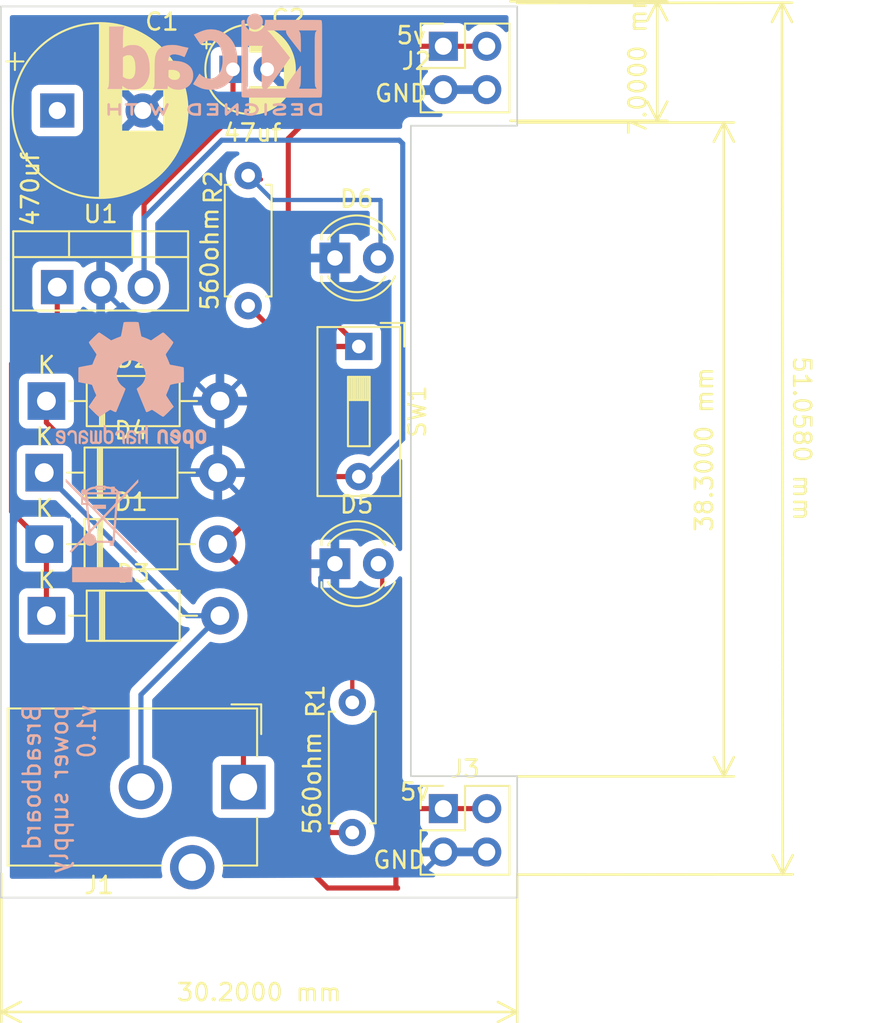
<source format=kicad_pcb>
(kicad_pcb (version 20211014) (generator pcbnew)
  (title_block (title "breadboard power supply") (date "2022-09-01") (company "NanoHertz") (comment 1 "designed by bernard"))
  (layers (0 "F.Cu" signal) (31 "B.Cu" signal) (34 "B.Paste" user) (35 "F.Paste" user) (36 "B.SilkS" user "B.Silkscreen") (37 "F.SilkS" user "F.Silkscreen") (38 "B.Mask" user) (39 "F.Mask" user) (44 "Edge.Cuts" user))
  (net 0 "")
  (net 1 "/Vout1")
  (net 2 "Net-(R1-Pad2)")
  (net 3 "/Vout2")
  (net 4 "Net-(R2-Pad2)")
  (net 5 "/Vin")
  (net 6 "/V-")
  (net 7 "Net-(D1-Pad2)")
  (net 8 "Net-(D4-Pad1)")
  (footprint "Resistor_THT:R_Axial_DIN0207_L6.3mm_D2.5mm_P7.62mm_Horizontal" (layer "F.Cu") (at 148.848 128.19 90)
    (fp_text reference "R1" (at 7.69 -2.148 90) (layer "F.SilkS"))
    (fp_text value "560 ohm")
    (pad "1" thru_hole circle (at 0 0 90) (size 1.6 1.6) (drill 0.8) (layers *.Cu *.Mask) (net 1 "/Vout1"))
    (pad "2" thru_hole oval (at 7.62 0 90) (size 1.6 1.6) (drill 0.8) (layers *.Cu *.Mask) (net 2 "Net-(R1-Pad2)"))
  )
  (footprint "Diode_THT:D_DO-41_SOD81_P10.16mm_Horizontal" (layer "F.Cu") (at 130.814 111.299)
    (fp_text reference "D1" (at 5.08 -2.47) (layer "F.SilkS"))
    (fp_text value "1N4007")
    (fp_text user "K" (at 0 -2.1) (layer "F.SilkS"))
    (pad "1" thru_hole rect (at 0 0) (size 2.2 2.2) (drill 1.1) (layers *.Cu *.Mask) (net 5 "/Vin"))
    (pad "2" thru_hole oval (at 10.16 0) (size 2.2 2.2) (drill 1.1) (layers *.Cu *.Mask) (net 7 "Net-(D1-Pad2)"))
  )
  (footprint "LED_THT:LED_D4.0mm" (layer "F.Cu") (at 147.832 94.535)
    (fp_text reference "D6" (at 1.27 -3.46) (layer "F.SilkS"))
    (fp_text value "led")
    (pad "1" thru_hole rect locked (at 0 0) (size 1.8 1.8) (drill 0.9) (layers *.Cu *.Mask) (net 6 "/V-"))
    (pad "2" thru_hole circle locked (at 2.54 0) (size 1.8 1.8) (drill 0.9) (layers *.Cu *.Mask) (net 4 "Net-(R2-Pad2)"))
  )
  (footprint "Diode_THT:D_DO-41_SOD81_P10.16mm_Horizontal" (layer "F.Cu") (at 130.941 115.49)
    (fp_text reference "D3" (at 5.08 -2.47) (layer "F.SilkS"))
    (fp_text value "1N4007")
    (fp_text user "K" (at 0 -2.1) (layer "F.SilkS"))
    (pad "1" thru_hole rect (at 0 0) (size 2.2 2.2) (drill 1.1) (layers *.Cu *.Mask) (net 5 "/Vin"))
    (pad "2" thru_hole oval (at 10.16 0) (size 2.2 2.2) (drill 1.1) (layers *.Cu *.Mask) (net 8 "Net-(D4-Pad1)"))
  )
  (footprint "Diode_THT:D_DO-41_SOD81_P10.16mm_Horizontal" (layer "F.Cu") (at 130.814 107.108)
    (fp_text reference "D4" (at 5.08 -2.47) (layer "F.SilkS"))
    (fp_text value "1N4007")
    (fp_text user "K" (at 0 -2.1) (layer "F.SilkS"))
    (pad "1" thru_hole rect (at 0 0) (size 2.2 2.2) (drill 1.1) (layers *.Cu *.Mask) (net 8 "Net-(D4-Pad1)"))
    (pad "2" thru_hole oval (at 10.16 0) (size 2.2 2.2) (drill 1.1) (layers *.Cu *.Mask) (net 6 "/V-"))
  )
  (footprint "Package_TO_SOT_THT:TO-220-3_Vertical" (layer "F.Cu") (at 131.576 96.242)
    (fp_text reference "U1" (at 2.54 -4.27) (layer "F.SilkS"))
    (fp_text value "LM7805_TO220")
    (pad "1" thru_hole rect (at 0 0) (size 1.905 2) (drill 1.1) (layers *.Cu *.Mask) (net 5 "/Vin"))
    (pad "2" thru_hole oval (at 2.54 0) (size 1.905 2) (drill 1.1) (layers *.Cu *.Mask) (net 6 "/V-"))
    (pad "3" thru_hole oval (at 5.08 0) (size 1.905 2) (drill 1.1) (layers *.Cu *.Mask) (net 1 "/Vout1"))
  )
  (footprint "Capacitor_THT:CP_Radial_D5.0mm_P2.00mm" (layer "F.Cu") (at 141.863 83.486)
    (fp_text reference "C2" (at 3.237 -2.986) (layer "F.SilkS"))
    (fp_text value "47 uf")
    (pad "1" thru_hole rect (at 0 0) (size 1.6 1.6) (drill 0.8) (layers *.Cu *.Mask) (net 1 "/Vout1"))
    (pad "2" thru_hole circle (at 2 0) (size 1.6 1.6) (drill 0.8) (layers *.Cu *.Mask) (net 6 "/V-"))
  )
  (footprint "Diode_THT:D_DO-41_SOD81_P10.16mm_Horizontal" (layer "F.Cu") (at 130.941 102.917)
    (fp_text reference "D2" (at 5.08 -2.47) (layer "F.SilkS"))
    (fp_text value "1N4007")
    (fp_text user "K" (at 0 -2.1) (layer "F.SilkS"))
    (pad "1" thru_hole rect (at 0 0) (size 2.2 2.2) (drill 1.1) (layers *.Cu *.Mask) (net 7 "Net-(D1-Pad2)"))
    (pad "2" thru_hole oval (at 10.16 0) (size 2.2 2.2) (drill 1.1) (layers *.Cu *.Mask) (net 6 "/V-"))
  )
  (footprint "Connector_BarrelJack:BarrelJack_CUI_PJ-102AH_Horizontal" (layer "F.Cu") (at 142.475 125.523 -90)
    (fp_text reference "J1" (at 5.75 8.45) (layer "F.SilkS"))
    (fp_text value "Barrel_Jack_Switch")
    (pad "1" thru_hole rect (at 0 0 270) (size 2.6 2.6) (drill 1.6) (layers *.Cu *.Mask) (net 7 "Net-(D1-Pad2)"))
    (pad "2" thru_hole circle (at 0 6 270) (size 2.6 2.6) (drill 1.6) (layers *.Cu *.Mask) (net 8 "Net-(D4-Pad1)"))
    (pad "3" thru_hole circle (at 4.7 3 270) (size 2.6 2.6) (drill 1.6) (layers *.Cu *.Mask))
  )
  (footprint "LED_THT:LED_D4.0mm" (layer "F.Cu") (at 147.832 112.442)
    (fp_text reference "D5" (at 1.27 -3.46) (layer "F.SilkS"))
    (fp_text value "led")
    (pad "1" thru_hole rect locked (at 0 0) (size 1.8 1.8) (drill 0.9) (layers *.Cu *.Mask) (net 6 "/V-"))
    (pad "2" thru_hole circle locked (at 2.54 0) (size 1.8 1.8) (drill 0.9) (layers *.Cu *.Mask) (net 2 "Net-(R1-Pad2)"))
  )
  (footprint "Connector_PinHeader_2.54mm:PinHeader_2x02_P2.54mm_Vertical" (layer "F.Cu") (at 154.177 126.788)
    (fp_text reference "J3" (at 1.27 -2.33) (layer "F.SilkS"))
    (fp_text value "Conn_02x02_Odd_Even")
    (pad "1" thru_hole rect locked (at 0 0) (size 1.7 1.7) (drill 1) (layers *.Cu *.Mask) (net 3 "/Vout2"))
    (pad "2" thru_hole oval locked (at 2.54 0) (size 1.7 1.7) (drill 1) (layers *.Cu *.Mask) (net 3 "/Vout2"))
    (pad "3" thru_hole oval locked (at 0 2.54) (size 1.7 1.7) (drill 1) (layers *.Cu *.Mask) (net 6 "/V-"))
    (pad "4" thru_hole oval locked (at 2.54 2.54) (size 1.7 1.7) (drill 1) (layers *.Cu *.Mask) (net 6 "/V-"))
  )
  (footprint "Capacitor_THT:CP_Radial_D10.0mm_P5.00mm" (layer "F.Cu") (at 131.576 85.899)
    (fp_text reference "C1" (at 6.124 -5.199) (layer "F.SilkS"))
    (fp_text value "470 uf")
    (pad "1" thru_hole rect (at 0 0) (size 2 2) (drill 1) (layers *.Cu *.Mask) (net 5 "/Vin"))
    (pad "2" thru_hole circle (at 5 0) (size 2 2) (drill 1) (layers *.Cu *.Mask) (net 6 "/V-"))
  )
  (footprint "Connector_PinHeader_2.54mm:PinHeader_2x02_P2.54mm_Vertical" (layer "F.Cu") (at 154.177 82.135)
    (fp_text reference "J2" (at -1.577 0.865) (layer "F.SilkS"))
    (fp_text value "Conn_02x02_Odd_Even")
    (pad "1" thru_hole rect locked (at 0 0) (size 1.7 1.7) (drill 1) (layers *.Cu *.Mask) (net 3 "/Vout2"))
    (pad "2" thru_hole oval locked (at 2.54 0) (size 1.7 1.7) (drill 1) (layers *.Cu *.Mask) (net 3 "/Vout2"))
    (pad "3" thru_hole oval locked (at 0 2.54) (size 1.7 1.7) (drill 1) (layers *.Cu *.Mask) (net 6 "/V-"))
    (pad "4" thru_hole oval locked (at 2.54 2.54) (size 1.7 1.7) (drill 1) (layers *.Cu *.Mask) (net 6 "/V-"))
  )
  (footprint "Resistor_THT:R_Axial_DIN0207_L6.3mm_D2.5mm_P7.62mm_Horizontal" (layer "F.Cu") (at 142.752 97.329 90)
    (fp_text reference "R2" (at 6.929 -2.052 90) (layer "F.SilkS"))
    (fp_text value "560 ohm")
    (pad "1" thru_hole circle (at 0 0 90) (size 1.6 1.6) (drill 0.8) (layers *.Cu *.Mask) (net 3 "/Vout2"))
    (pad "2" thru_hole oval (at 7.62 0 90) (size 1.6 1.6) (drill 0.8) (layers *.Cu *.Mask) (net 4 "Net-(R2-Pad2)"))
  )
  (footprint "Button_Switch_THT:SW_DIP_SPSTx01_Slide_9.78x4.72mm_W7.62mm_P2.54mm" (layer "F.Cu") (at 149.229 99.721 -90)
    (fp_text reference "SW1" (at 3.81 -3.42 90) (layer "F.SilkS"))
    (fp_text value "SW_DPDT_x2")
    (pad "1" thru_hole rect locked (at 0 0 270) (size 1.6 1.6) (drill 0.8) (layers *.Cu *.Mask) (net 3 "/Vout2"))
    (pad "2" thru_hole oval locked (at 7.62 0 270) (size 1.6 1.6) (drill 0.8) (layers *.Cu *.Mask) (net 1 "/Vout1"))
  )
  (footprint "Symbol:OSHW-Logo2_9.8x8mm_SilkScreen" (layer "B.Cu") (at 135.9 102 180)
    (fp_text reference "REF**" hide)
    (fp_text value "OSHW-Logo2_9.8x8mm_SilkScreen" hide)
  )
  (footprint "Symbol:WEEE-Logo_4.2x6mm_SilkScreen" (layer "B.Cu") (at 134.2 110.5 180)
    (fp_text reference "REF**" hide)
    (fp_text value "WEEE-Logo_4.2x6mm_SilkScreen" hide)
  )
  (footprint "Symbol:KiCad-Logo2_5mm_SilkScreen" (layer "B.Cu") (at 140.8 83.2 180)
    (fp_text reference "REF**" hide)
    (fp_text value "KiCad-Logo2_5mm_SilkScreen" hide)
  )
  (gr_poly (pts (xy 158.5 86.788) (xy 152.277 86.788) (xy 152.277 124.888) (xy 158.5 124.888) (xy 158.5 132) (xy 128.274 132) (xy 128.274 79.803) (xy 158.5 79.803)) (layer "Edge.Cuts") (width 0.1) (fill none))
  (gr_text "Breadboard\npower supply\nv1.0" (at 131.7 120.6 90) (layer "B.SilkS") (effects (font (size 1 1)) (justify left mirror)))
  (gr_text "470uf" (at 130 90.5 90) (layer "F.SilkS") (effects (font (size 1 1))))
  (gr_text "GND" (at 151.6 129.8) (layer "F.SilkS") (effects (font (size 1 1))))
  (gr_text "GND" (at 151.7 84.9) (layer "F.SilkS") (effects (font (size 1 1))))
  (gr_text "47uf" (at 143 87.2) (layer "F.SilkS") (effects (font (size 1 1))))
  (gr_text "5v" (at 152.3 81.5) (layer "F.SilkS") (effects (font (size 1 1))))
  (gr_text "5v" (at 152.5 125.8) (layer "F.SilkS") (effects (font (size 1 1))))
  (gr_text "560ohm" (at 146.5 125.3 90) (layer "F.SilkS") (effects (font (size 1 1))))
  (gr_text "560ohm" (at 140.5 94.6 90) (layer "F.SilkS") (effects (font (size 1 1))))
  (dimension (type aligned) (layer "F.SilkS") (pts (xy 157.6 86.5) (xy 157.6 79.5)) (height 9.1) (gr_text "7.0000 mm" (at 165.55 83 90) (layer "F.SilkS") (effects (font (size 1 1) (thickness 0.15)))) (format (units 3) (units_format 1) (precision 4)) (style (thickness 0.15) (arrow_length 1.27) (text_position_mode 0) (extension_height 0.58642) (extension_offset 0.5) keep_text_aligned))
  (dimension (type aligned) (layer "F.SilkS") (pts (xy 157.987 124.9) (xy 157.987 86.6)) (height 12.613) (gr_text "38.3000 mm" (at 169.45 105.75 90) (layer "F.SilkS") (effects (font (size 1 1) (thickness 0.15)))) (format (units 3) (units_format 1) (precision 4)) (style (thickness 0.15) (arrow_length 1.27) (text_position_mode 0) (extension_height 0.58642) (extension_offset 0.5) keep_text_aligned))
  (dimension (type aligned) (layer "F.SilkS") (pts (xy 158.047 130.658) (xy 158 79.6)) (height 15.999348) (gr_text "51.0580 mm" (at 175.172841 105.113213 -89.947258) (layer "F.SilkS") (effects (font (size 1 1) (thickness 0.15)))) (format (units 3) (units_format 1) (precision 4)) (style (thickness 0.15) (arrow_length 1.27) (text_position_mode 0) (extension_height 0.58642) (extension_offset 0.5) keep_text_aligned))
  (dimension (type aligned) (layer "F.SilkS") (pts (xy 128.3 130.1) (xy 158.5 130.1)) (height 8.6) (gr_text "30.2000 mm" (at 143.4 137.55) (layer "F.SilkS") (effects (font (size 1 1) (thickness 0.15)))) (format (units 3) (units_format 1) (precision 4)) (style (thickness 0.15) (arrow_length 1.27) (text_position_mode 0) (extension_height 0.58642) (extension_offset 0.5) keep_text_aligned))
  (segment (start 148.848 128.19) (end 147.553 128.19) (width 0.3) (layer "F.Cu") (net 1))
  (segment (start 141.863 86.176) (end 136.656 91.383) (width 0.3) (layer "F.Cu") (net 1))
  (segment (start 141.863 83.486) (end 141.301 84.048) (width 0.3) (layer "F.Cu") (net 1))
  (segment (start 141.863 83.486) (end 141.863 86.176) (width 0.3) (layer "F.Cu") (net 1))
  (segment (start 136.656 91.383) (end 136.656 96.242) (width 0.3) (layer "F.Cu") (net 1))
  (segment (start 146.301 126.938) (end 146.301 108.638) (width 0.3) (layer "F.Cu") (net 1))
  (segment (start 147.598 107.341) (end 149.229 107.341) (width 0.3) (layer "F.Cu") (net 1))
  (segment (start 146.301 108.638) (end 147.598 107.341) (width 0.3) (layer "F.Cu") (net 1))
  (segment (start 147.553 128.19) (end 146.301 126.938) (width 0.3) (layer "F.Cu") (net 1))
  (segment (start 151.801 87.838) (end 151.801 105.138) (width 0.3) (layer "B.Cu") (net 1))
  (segment (start 149.598 107.341) (end 149.229 107.341) (width 0.3) (layer "B.Cu") (net 1))
  (segment (start 151.801 105.138) (end 149.598 107.341) (width 0.3) (layer "B.Cu") (net 1))
  (segment (start 151.601 87.638) (end 151.801 87.838) (width 0.3) (layer "B.Cu") (net 1))
  (segment (start 141.201 87.638) (end 151.601 87.638) (width 0.3) (layer "B.Cu") (net 1))
  (segment (start 136.656 96.242) (end 136.656 92.183) (width 0.3) (layer "B.Cu") (net 1))
  (segment (start 136.656 92.183) (end 141.201 87.638) (width 0.3) (layer "B.Cu") (net 1))
  (segment (start 150.601 117.338) (end 150.601 112.671) (width 0.25) (layer "F.Cu") (net 2))
  (segment (start 148.848 120.57) (end 148.848 119.091) (width 0.25) (layer "F.Cu") (net 2))
  (segment (start 148.848 119.091) (end 150.601 117.338) (width 0.25) (layer "F.Cu") (net 2))
  (segment (start 150.601 112.671) (end 150.372 112.442) (width 0.25) (layer "F.Cu") (net 2))
  (segment (start 149.229 99.721) (end 145.144 99.721) (width 0.3) (layer "F.Cu") (net 3))
  (segment (start 154.177 126.788) (end 151.451 126.788) (width 0.3) (layer "F.Cu") (net 3))
  (segment (start 145.846 96.338) (end 145.101 96.338) (width 0.3) (layer "F.Cu") (net 3))
  (segment (start 145.101 96.338) (end 145.101 87.538) (width 0.3) (layer "F.Cu") (net 3))
  (segment (start 142.752 97.487) (end 142.701 97.538) (width 0.3) (layer "F.Cu") (net 3))
  (segment (start 145.144 99.721) (end 142.752 97.329) (width 0.3) (layer "F.Cu") (net 3))
  (segment (start 154.177 82.135) (end 156.717 82.135) (width 0.3) (layer "F.Cu") (net 3))
  (segment (start 156.717 126.788) (end 154.177 126.788) (width 0.3) (layer "F.Cu") (net 3))
  (segment (start 149.229 99.721) (end 145.846 96.338) (width 0.3) (layer "F.Cu") (net 3))
  (segment (start 142.752 97.329) (end 142.752 97.487) (width 0.3) (layer "F.Cu") (net 3))
  (segment (start 147.401 131.438) (end 145.301 129.338) (width 0.3) (layer "F.Cu") (net 3))
  (segment (start 150.504 82.135) (end 154.177 82.135) (width 0.3) (layer "F.Cu") (net 3))
  (segment (start 151.501 131.438) (end 147.401 131.438) (width 0.3) (layer "F.Cu") (net 3))
  (segment (start 156.717 82.135) (end 156.904 82.135) (width 0.3) (layer "F.Cu") (net 3))
  (segment (start 145.301 102.038) (end 147.618 99.721) (width 0.3) (layer "F.Cu") (net 3))
  (segment (start 151.401 131.338) (end 151.501 131.438) (width 0.3) (layer "F.Cu") (net 3))
  (segment (start 151.401 126.838) (end 151.401 131.338) (width 0.3) (layer "F.Cu") (net 3))
  (segment (start 151.451 126.788) (end 151.401 126.838) (width 0.3) (layer "F.Cu") (net 3))
  (segment (start 145.301 129.338) (end 145.301 102.038) (width 0.3) (layer "F.Cu") (net 3))
  (segment (start 145.101 87.538) (end 150.504 82.135) (width 0.3) (layer "F.Cu") (net 3))
  (segment (start 147.618 99.721) (end 149.229 99.721) (width 0.3) (layer "F.Cu") (net 3))
  (segment (start 143.272 89.709) (end 143.501 89.938) (width 0.25) (layer "F.Cu") (net 4))
  (segment (start 142.752 89.709) (end 143.272 89.709) (width 0.25) (layer "F.Cu") (net 4))
  (segment (start 150.501 94.406) (end 150.372 94.535) (width 0.25) (layer "B.Cu") (net 4))
  (segment (start 150.501 91.138) (end 150.501 94.406) (width 0.25) (layer "B.Cu") (net 4))
  (segment (start 144.181 91.138) (end 150.501 91.138) (width 0.25) (layer "B.Cu") (net 4))
  (segment (start 142.752 89.709) (end 144.181 91.138) (width 0.25) (layer "B.Cu") (net 4))
  (segment (start 128.901 100.738) (end 131.576 98.063) (width 0.3) (layer "F.Cu") (net 5))
  (segment (start 130.941 115.49) (end 130.941 111.426) (width 0.3) (layer "F.Cu") (net 5))
  (segment (start 130.941 111.426) (end 130.814 111.299) (width 0.3) (layer "F.Cu") (net 5))
  (segment (start 131.576 98.063) (end 131.576 96.242) (width 0.3) (layer "F.Cu") (net 5))
  (segment (start 128.901 109.386) (end 128.901 100.738) (width 0.3) (layer "F.Cu") (net 5))
  (segment (start 130.814 111.299) (end 128.901 109.386) (width 0.3) (layer "F.Cu") (net 5))
  (segment (start 156.717 129.328) (end 154.177 129.328) (width 0.3) (layer "B.Cu") (net 6))
  (segment (start 134.116 96.242) (end 134.116 88.359) (width 0.3) (layer "B.Cu") (net 6))
  (segment (start 154.014 84.838) (end 154.177 84.675) (width 0.3) (layer "B.Cu") (net 6))
  (segment (start 140.974 107.108) (end 140.974 103.044) (width 0.3) (layer "B.Cu") (net 6))
  (segment (start 143.24 85.899) (end 143.863 85.276) (width 0.3) (layer "B.Cu") (net 6))
  (segment (start 147.832 112.442) (end 146.308 112.442) (width 0.3) (layer "B.Cu") (net 6))
  (segment (start 150.049 83.486) (end 151.401 84.838) (width 0.3) (layer "B.Cu") (net 6))
  (segment (start 141.101 102.917) (end 140.791 102.917) (width 0.3) (layer "B.Cu") (net 6))
  (segment (start 151.401 84.838) (end 154.014 84.838) (width 0.3) (layer "B.Cu") (net 6))
  (segment (start 140.974 103.044) (end 141.101 102.917) (width 0.3) (layer "B.Cu") (net 6))
  (segment (start 147.832 96.186) (end 147.832 94.535) (width 0.3) (layer "B.Cu") (net 6))
  (segment (start 147.001 113.273) (end 147.001 130.338) (width 0.3) (layer "B.Cu") (net 6))
  (segment (start 140.791 102.917) (end 134.116 96.242) (width 0.3) (layer "B.Cu") (net 6))
  (segment (start 154.177 129.328) (end 154.091 129.328) (width 0.3) (layer "B.Cu") (net 6))
  (segment (start 136.576 85.899) (end 143.24 85.899) (width 0.3) (layer "B.Cu") (net 6))
  (segment (start 143.863 83.486) (end 150.049 83.486) (width 0.3) (layer "B.Cu") (net 6))
  (segment (start 141.101 102.917) (end 147.832 96.186) (width 0.3) (layer "B.Cu") (net 6))
  (segment (start 147.001 130.338) (end 153.167 130.338) (width 0.3) (layer "B.Cu") (net 6))
  (segment (start 153.167 130.338) (end 154.177 129.328) (width 0.3) (layer "B.Cu") (net 6))
  (segment (start 143.863 85.276) (end 143.863 83.486) (width 0.3) (layer "B.Cu") (net 6))
  (segment (start 146.308 112.442) (end 140.974 107.108) (width 0.3) (layer "B.Cu") (net 6))
  (segment (start 154.177 84.675) (end 156.717 84.675) (width 0.3) (layer "B.Cu") (net 6))
  (segment (start 134.116 88.359) (end 136.576 85.899) (width 0.3) (layer "B.Cu") (net 6))
  (segment (start 147.832 112.442) (end 147.001 113.273) (width 0.3) (layer "B.Cu") (net 6))
  (segment (start 143.301 104.738) (end 131.501 104.738) (width 0.3) (layer "F.Cu") (net 7))
  (segment (start 143.601 105.038) (end 143.301 104.738) (width 0.3) (layer "F.Cu") (net 7))
  (segment (start 142.475 125.523) (end 142.475 122.564) (width 0.3) (layer "F.Cu") (net 7))
  (segment (start 140.974 111.299) (end 141.34 111.299) (width 0.3) (layer "F.Cu") (net 7))
  (segment (start 143.601 109.038) (end 143.601 105.038) (width 0.3) (layer "F.Cu") (net 7))
  (segment (start 130.941 104.178) (end 130.941 102.917) (width 0.3) (layer "F.Cu") (net 7))
  (segment (start 143.901 114.226) (end 140.974 111.299) (width 0.3) (layer "F.Cu") (net 7))
  (segment (start 143.901 121.138) (end 143.901 114.226) (width 0.3) (layer "F.Cu") (net 7))
  (segment (start 142.475 122.564) (end 143.901 121.138) (width 0.3) (layer "F.Cu") (net 7))
  (segment (start 141.34 111.299) (end 143.601 109.038) (width 0.3) (layer "F.Cu") (net 7))
  (segment (start 131.501 104.738) (end 130.941 104.178) (width 0.3) (layer "F.Cu") (net 7))
  (segment (start 136.475 125.523) (end 136.475 120.116) (width 0.3) (layer "B.Cu") (net 8))
  (segment (start 139.196 115.49) (end 130.814 107.108) (width 0.3) (layer "B.Cu") (net 8))
  (segment (start 136.475 120.116) (end 141.101 115.49) (width 0.3) (layer "B.Cu") (net 8))
  (segment (start 141.101 115.49) (end 139.196 115.49) (width 0.3) (layer "B.Cu") (net 8))
  (zone (net 6) (net_name "/V-") (layer "B.Cu") (connect_pads (clearance 0.508)) (min_thickness 0.254) (fill yes (thermal_gap 0.508) (thermal_bridge_width 0.508))
    (polygon (pts (xy 158.5 86.4) (xy 152 86.6) (xy 152.1 125.3) (xy 158.2 125.4) (xy 158.2 130.8) (xy 128.8 130.9) (xy 128.8 80.3) (xy 158.3 80.3)))
  )
)
</source>
